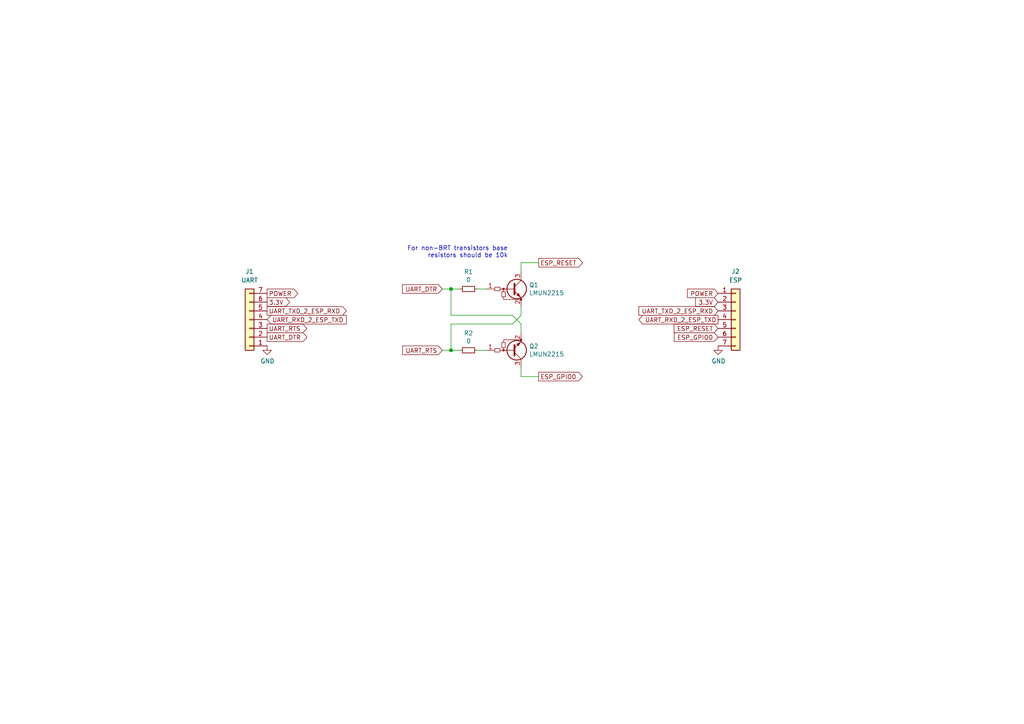
<source format=kicad_sch>
(kicad_sch (version 20211123) (generator eeschema)
  (paper "A4")
  (title_block (title "ESP Programming - UART Autoreset") (date "2021-05-27") (rev "A") (company "Michal Morawiec"))
  (lib_symbols
    (symbol "Connector_Generic:Conn_01x07" (pin_names (offset 1.016) hide)
      (property "Reference" "J" (at 0 10.16 0))
      (property "Value" "Conn_01x07" (at 0 -10.16 0))
      (symbol "Conn_01x07_1_1"
        (rectangle (start -1.27 -7.493) (end 0 -7.747) (stroke (width 0.1524)))
        (rectangle (start -1.27 -4.953) (end 0 -5.207) (stroke (width 0.1524)))
        (rectangle (start -1.27 -2.413) (end 0 -2.667) (stroke (width 0.1524)))
        (rectangle (start -1.27 0.127) (end 0 -0.127) (stroke (width 0.1524)))
        (rectangle (start -1.27 2.667) (end 0 2.413) (stroke (width 0.1524)))
        (rectangle (start -1.27 5.207) (end 0 4.953) (stroke (width 0.1524)))
        (rectangle (start -1.27 7.747) (end 0 7.493) (stroke (width 0.1524)))
        (rectangle (start -1.27 8.89) (end 1.27 -8.89) (stroke (width 0.254)) (fill (type background)))
        (pin passive line (at -5.08 7.62 0) (length 3.81) (name "Pin_1") (number "1"))
        (pin passive line (at -5.08 5.08 0) (length 3.81) (name "Pin_2") (number "2"))
        (pin passive line (at -5.08 2.54 0) (length 3.81) (name "Pin_3") (number "3"))
        (pin passive line (at -5.08 0 0) (length 3.81) (name "Pin_4") (number "4"))
        (pin passive line (at -5.08 -2.54 0) (length 3.81) (name "Pin_5") (number "5"))
        (pin passive line (at -5.08 -5.08 0) (length 3.81) (name "Pin_6") (number "6"))
        (pin passive line (at -5.08 -7.62 0) (length 3.81) (name "Pin_7") (number "7"))
      )
    )
    (symbol "Device:Q_NPN_BEC_BRT" (pin_names hide)
      (property "Reference" "Q" (at 3.81 1.27 0))
      (property "Value" "Q_NPN_BEC_BRT" (at 3.81 -1.27 0))
      (symbol "Q_NPN_BEC_BRT_0_1"
        (rectangle (start -6.35 0.508) (end -4.826 -0.508))
        (rectangle (start -4.318 -2.286) (end -3.302 -0.762))
        (circle (center -3.81 0) (radius 0.254) (fill (type outline)))
        (polyline (pts (xy -3.81 -0.762) (xy -3.81 0)))
        (polyline (pts (xy -0.762 0) (xy -4.826 0)))
        (polyline (pts (xy -0.635 1.524) (xy -0.635 -1.524)) (stroke (width 0.508)))
        (polyline (pts (xy -3.81 -2.286) (xy -3.81 -3.048) (xy 1.27 -3.048)))
        (circle (center 1.27 -3.048) (radius 0.254) (fill (type outline)))
      )
      (symbol "Q_NPN_BEC_BRT_1_1"
        (polyline (pts (xy -0.635 0.635) (xy 1.27 2.54)))
        (polyline (pts (xy -0.635 -0.635) (xy 1.27 -2.54) (xy 1.27 -2.54)))
        (polyline (pts (xy 0 -1.778) (xy 0.508 -1.27) (xy 1.016 -2.286) (xy 0 -1.778) (xy 0 -1.778)) (fill (type outline)))
        (circle (center 0 0) (radius 2.8194) (stroke (width 0.254)))
        (pin input line (at -8.89 0 0) (length 2.54) (name "B") (number "1"))
        (pin passive line (at 1.27 -5.08 90) (length 2.54) (name "E") (number "2"))
        (pin passive line (at 1.27 5.08 270) (length 2.54) (name "C") (number "3"))
      )
    )
    (symbol "Device:R_Small" (pin_numbers hide) (pin_names (offset 0.254) hide)
      (property "Reference" "R" (at 0.762 0.508 0))
      (property "Value" "R_Small" (at 0.762 -1.016 0))
      (symbol "R_Small_0_1"
        (rectangle (start -0.762 1.778) (end 0.762 -1.778) (stroke (width 0.2032)))
      )
      (symbol "R_Small_1_1"
        (pin passive line (at 0 2.54 270) (length 0.762) (name "~") (number "1"))
        (pin passive line (at 0 -2.54 90) (length 0.762) (name "~") (number "2"))
      )
    )
    (symbol "power:GND" (power) (pin_names (offset 0))
      (property "Value" "GND" (at 0 -3.81 0))
      (symbol "GND_0_1"
        (polyline (pts (xy 0 0) (xy 0 -1.27) (xy 1.27 -1.27) (xy 0 -2.54) (xy -1.27 -1.27) (xy 0 -1.27)))
      )
      (symbol "GND_1_1"
        (pin power_in line (at 0 0 270) (length 0) hide (name "GND") (number "1"))
      )
    )
  )
  (junction (at 130.81 83.82))
  (junction (at 130.81 101.6))
  (wire (pts (xy 128.27 101.6) (xy 130.81 101.6)))
  (wire (pts (xy 151.13 109.22) (xy 156.21 109.22)))
  (wire (pts (xy 138.43 83.82) (xy 140.97 83.82)))
  (wire (pts (xy 151.13 88.9) (xy 151.13 91.44)))
  (wire (pts (xy 148.59 91.44) (xy 130.81 91.44)))
  (wire (pts (xy 130.81 101.6) (xy 133.35 101.6)))
  (wire (pts (xy 151.13 76.2) (xy 156.21 76.2)))
  (wire (pts (xy 130.81 93.98) (xy 130.81 101.6)))
  (wire (pts (xy 138.43 101.6) (xy 140.97 101.6)))
  (wire (pts (xy 151.13 91.44) (xy 148.59 93.98)))
  (wire (pts (xy 148.59 93.98) (xy 130.81 93.98)))
  (wire (pts (xy 130.81 91.44) (xy 130.81 83.82)))
  (wire (pts (xy 151.13 93.98) (xy 148.59 91.44)))
  (wire (pts (xy 151.13 96.52) (xy 151.13 93.98)))
  (wire (pts (xy 151.13 106.68) (xy 151.13 109.22)))
  (wire (pts (xy 128.27 83.82) (xy 130.81 83.82)))
  (wire (pts (xy 151.13 78.74) (xy 151.13 76.2)))
  (wire (pts (xy 130.81 83.82) (xy 133.35 83.82)))
  (text "For non-BRT transistors base\nresistors should be 10k" (at 147.32 74.93 0) (effects (font (size 1.27 1.27)) (justify right bottom)))
  (global_label "UART_RXD_2_ESP_TXD" (shape output) (at 208.28 92.71 180) (property "Intersheet References" "${INTERSHEET_REFS}" (effects hide)))
  (global_label "UART_DTR" (shape output) (at 77.47 97.79 0) (property "Intersheet References" "${INTERSHEET_REFS}" (effects hide)))
  (global_label "UART_DTR" (shape input) (at 128.27 83.82 180) (property "Intersheet References" "${INTERSHEET_REFS}" (effects hide)))
  (global_label "3.3V" (shape input) (at 208.28 87.63 180) (property "Intersheet References" "${INTERSHEET_REFS}" (effects hide)))
  (global_label "POWER" (shape input) (at 208.28 85.09 180) (property "Intersheet References" "${INTERSHEET_REFS}" (effects hide)))
  (global_label "UART_RTS" (shape output) (at 77.47 95.25 0) (property "Intersheet References" "${INTERSHEET_REFS}" (effects hide)))
  (global_label "UART_RXD_2_ESP_TXD" (shape input) (at 77.47 92.71 0) (property "Intersheet References" "${INTERSHEET_REFS}" (effects hide)))
  (global_label "ESP_GPIO0" (shape output) (at 156.21 109.22 0) (property "Intersheet References" "${INTERSHEET_REFS}" (effects hide)))
  (global_label "UART_TXD_2_ESP_RXD" (shape output) (at 77.47 90.17 0) (property "Intersheet References" "${INTERSHEET_REFS}" (effects hide)))
  (global_label "POWER" (shape output) (at 77.47 85.09 0) (property "Intersheet References" "${INTERSHEET_REFS}" (effects hide)))
  (global_label "ESP_GPIO0" (shape input) (at 208.28 97.79 180) (property "Intersheet References" "${INTERSHEET_REFS}" (effects hide)))
  (global_label "ESP_RESET" (shape output) (at 156.21 76.2 0) (property "Intersheet References" "${INTERSHEET_REFS}" (effects hide)))
  (global_label "3.3V" (shape output) (at 77.47 87.63 0) (property "Intersheet References" "${INTERSHEET_REFS}" (effects hide)))
  (global_label "UART_RTS" (shape input) (at 128.27 101.6 180) (property "Intersheet References" "${INTERSHEET_REFS}" (effects hide)))
  (global_label "UART_TXD_2_ESP_RXD" (shape input) (at 208.28 90.17 180) (property "Intersheet References" "${INTERSHEET_REFS}" (effects hide)))
  (global_label "ESP_RESET" (shape input) (at 208.28 95.25 180) (property "Intersheet References" "${INTERSHEET_REFS}" (effects hide)))
  (symbol (lib_id "Connector_Generic:Conn_01x07") (at 72.39 92.71 180) (unit 1)
    (property "Reference" "J1" (at 72.39 78.74 0))
    (property "Value" "UART" (at 72.39 81.28 0))
    (property "Footprint" "Connector_PinHeader_2.54mm:PinHeader_1x07_P2.54mm_Horizontal" (effects hide))
    (property "LCSC" "C492415" (effects hide))
  )
  (symbol (lib_id "Connector_Generic:Conn_01x07") (at 213.36 92.71 0) (unit 1)
    (property "Reference" "J2" (at 213.36 78.74 0))
    (property "Value" "ESP" (at 213.36 81.28 0))
    (property "Footprint" "Connector_PinHeader_2.54mm:PinHeader_1x07_P2.54mm_Horizontal" (effects hide))
    (property "LCSC" "C492415" (effects hide))
  )
  (symbol (lib_id "power:GND") (at 77.47 100.33 0) (unit 1)
    (property "Reference" "#PWR0101" (effects hide))
    (property "Value" "GND" (at 77.597 104.7242 0))
  )
  (symbol (lib_id "power:GND") (at 208.28 100.33 0) (unit 1)
    (property "Reference" "#PWR0102" (effects hide))
    (property "Value" "GND" (at 208.407 104.7242 0))
  )
  (symbol (lib_id "Device:Q_NPN_BEC_BRT") (at 149.86 83.82 0) (unit 1)
    (property "Reference" "Q1" (at 153.4414 82.6516 0) (effects (justify left)))
    (property "Value" "LMUN2215" (at 153.4414 84.963 0) (effects (justify left)))
    (property "Footprint" "Package_TO_SOT_SMD:SOT-23" (effects hide))
    (property "LCSC" "C232613" (effects hide))
  )
  (symbol (lib_id "Device:Q_NPN_BEC_BRT") (at 149.86 101.6 0) (mirror x) (unit 1)
    (property "Reference" "Q2" (at 153.4414 100.4316 0) (effects (justify left)))
    (property "Value" "LMUN2215" (at 153.4414 102.743 0) (effects (justify left)))
    (property "Footprint" "Package_TO_SOT_SMD:SOT-23" (effects hide))
    (property "LCSC" "C232613" (effects hide))
  )
  (symbol (lib_id "Device:R_Small") (at 135.89 83.82 270) (unit 1)
    (property "Reference" "R1" (at 135.89 78.8416 90))
    (property "Value" "0" (at 135.89 81.153 90))
    (property "Footprint" "Resistor_SMD:R_0805_2012Metric" (effects hide))
    (property "LCSC" "C17477" (effects hide))
  )
  (symbol (lib_id "Device:R_Small") (at 135.89 101.6 270) (unit 1)
    (property "Reference" "R2" (at 135.89 96.6216 90))
    (property "Value" "0" (at 135.89 98.933 90))
    (property "Footprint" "Resistor_SMD:R_0805_2012Metric" (effects hide))
    (property "LCSC" "C17477" (effects hide))
  )
)
</source>
